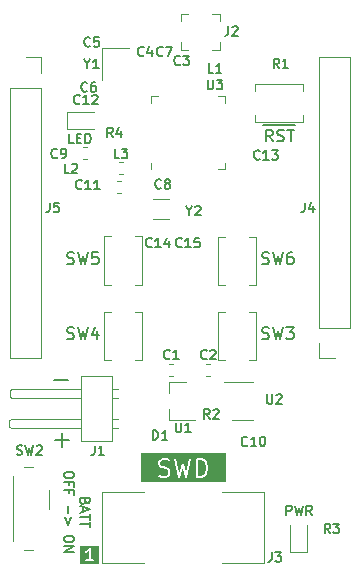
<source format=gbr>
G04 #@! TF.GenerationSoftware,KiCad,Pcbnew,(5.1.4)-1*
G04 #@! TF.CreationDate,2020-09-18T13:04:35-04:00*
G04 #@! TF.ProjectId,nRF52832_DEMO_V01,6e524635-3238-4333-925f-44454d4f5f56,rev?*
G04 #@! TF.SameCoordinates,Original*
G04 #@! TF.FileFunction,Legend,Top*
G04 #@! TF.FilePolarity,Positive*
%FSLAX46Y46*%
G04 Gerber Fmt 4.6, Leading zero omitted, Abs format (unit mm)*
G04 Created by KiCad (PCBNEW (5.1.4)-1) date 2020-09-18 13:04:35*
%MOMM*%
%LPD*%
G04 APERTURE LIST*
%ADD10C,0.100000*%
%ADD11C,0.150000*%
%ADD12C,0.120000*%
%ADD13C,0.200000*%
%ADD14C,0.150000*%
G04 APERTURE END LIST*
%LPD*%
D10*
G36*
X120015000Y-98094800D02*
G01*
X112852200Y-98094800D01*
X112852200Y-95656400D01*
X120015000Y-95656400D01*
X120015000Y-98094800D01*
G37*
X120015000Y-98094800D02*
X112852200Y-98094800D01*
X112852200Y-95656400D01*
X120015000Y-95656400D01*
X120015000Y-98094800D01*
D11*
X105549771Y-89515142D02*
X106692628Y-89515142D01*
X105600571Y-94595142D02*
X106743428Y-94595142D01*
X106172000Y-95166571D02*
X106172000Y-94023714D01*
X108148742Y-99790361D02*
X108110647Y-99904647D01*
X108072552Y-99942742D01*
X107996361Y-99980838D01*
X107882076Y-99980838D01*
X107805885Y-99942742D01*
X107767790Y-99904647D01*
X107729695Y-99828457D01*
X107729695Y-99523695D01*
X108529695Y-99523695D01*
X108529695Y-99790361D01*
X108491600Y-99866552D01*
X108453504Y-99904647D01*
X108377314Y-99942742D01*
X108301123Y-99942742D01*
X108224933Y-99904647D01*
X108186838Y-99866552D01*
X108148742Y-99790361D01*
X108148742Y-99523695D01*
X107958266Y-100285600D02*
X107958266Y-100666552D01*
X107729695Y-100209409D02*
X108529695Y-100476076D01*
X107729695Y-100742742D01*
X108529695Y-100895123D02*
X108529695Y-101352266D01*
X107729695Y-101123695D02*
X108529695Y-101123695D01*
X108529695Y-101504647D02*
X108529695Y-101961790D01*
X107729695Y-101733219D02*
X108529695Y-101733219D01*
X107179695Y-97485600D02*
X107179695Y-97637980D01*
X107141600Y-97714171D01*
X107065409Y-97790361D01*
X106913028Y-97828457D01*
X106646361Y-97828457D01*
X106493980Y-97790361D01*
X106417790Y-97714171D01*
X106379695Y-97637980D01*
X106379695Y-97485600D01*
X106417790Y-97409409D01*
X106493980Y-97333219D01*
X106646361Y-97295123D01*
X106913028Y-97295123D01*
X107065409Y-97333219D01*
X107141600Y-97409409D01*
X107179695Y-97485600D01*
X106798742Y-98437980D02*
X106798742Y-98171314D01*
X106379695Y-98171314D02*
X107179695Y-98171314D01*
X107179695Y-98552266D01*
X106798742Y-99123695D02*
X106798742Y-98857028D01*
X106379695Y-98857028D02*
X107179695Y-98857028D01*
X107179695Y-99237980D01*
X106684457Y-100152266D02*
X106684457Y-100761790D01*
X106913028Y-101142742D02*
X106684457Y-101752266D01*
X106455885Y-101142742D01*
X107179695Y-102895123D02*
X107179695Y-103047504D01*
X107141600Y-103123695D01*
X107065409Y-103199885D01*
X106913028Y-103237980D01*
X106646361Y-103237980D01*
X106493980Y-103199885D01*
X106417790Y-103123695D01*
X106379695Y-103047504D01*
X106379695Y-102895123D01*
X106417790Y-102818933D01*
X106493980Y-102742742D01*
X106646361Y-102704647D01*
X106913028Y-102704647D01*
X107065409Y-102742742D01*
X107141600Y-102818933D01*
X107179695Y-102895123D01*
X106379695Y-103580838D02*
X107179695Y-103580838D01*
X106379695Y-104037980D01*
X107179695Y-104037980D01*
D10*
G36*
X109220000Y-104978200D02*
G01*
X107746800Y-104978200D01*
X107746800Y-103606600D01*
X109220000Y-103606600D01*
X109220000Y-104978200D01*
G37*
X109220000Y-104978200D02*
X107746800Y-104978200D01*
X107746800Y-103606600D01*
X109220000Y-103606600D01*
X109220000Y-104978200D01*
D12*
X103708200Y-96888300D02*
X102997000Y-96888300D01*
X103708200Y-103928300D02*
X102997000Y-103928300D01*
X102057200Y-97650300D02*
X102057200Y-103111300D01*
X105105200Y-98793300D02*
X105105200Y-100444300D01*
X123309000Y-98969000D02*
X123309000Y-104969000D01*
X109609000Y-98969000D02*
X109609000Y-104969000D01*
X109609000Y-98969000D02*
X113157000Y-98969000D01*
X123309000Y-98969000D02*
X119761000Y-98969000D01*
X109609000Y-104969000D02*
X113157000Y-104969000D01*
X123309000Y-104969000D02*
X119761000Y-104969000D01*
X118404421Y-89168700D02*
X118729979Y-89168700D01*
X118404421Y-88148700D02*
X118729979Y-88148700D01*
X115280221Y-89181400D02*
X115605779Y-89181400D01*
X115280221Y-88161400D02*
X115605779Y-88161400D01*
X108315879Y-69771800D02*
X107990321Y-69771800D01*
X108315879Y-70791800D02*
X107990321Y-70791800D01*
X111198879Y-73649300D02*
X110873321Y-73649300D01*
X111198879Y-72629300D02*
X110873321Y-72629300D01*
X126973000Y-104101000D02*
X126973000Y-101816000D01*
X125503000Y-104101000D02*
X126973000Y-104101000D01*
X125503000Y-101816000D02*
X125503000Y-104101000D01*
X108877000Y-66829000D02*
X106592000Y-66829000D01*
X106592000Y-66829000D02*
X106592000Y-68299000D01*
X106592000Y-68299000D02*
X108877000Y-68299000D01*
X110464600Y-94688000D02*
X110464600Y-89208000D01*
X110947200Y-92837000D02*
X110490000Y-92837000D01*
X110947200Y-93599000D02*
X110490000Y-93599000D01*
X110947200Y-91059000D02*
X110490000Y-91059000D01*
X110947200Y-90297000D02*
X110490000Y-90297000D01*
X107823000Y-94688000D02*
X107823000Y-89208000D01*
X107823000Y-93599000D02*
X101981000Y-93599000D01*
X107823000Y-92837000D02*
X101981000Y-92837000D01*
X107823000Y-91059000D02*
X101981000Y-91059000D01*
X107823000Y-90297000D02*
X101981000Y-90297000D01*
X101981000Y-93599000D02*
X101727000Y-93497400D01*
X101981000Y-92837000D02*
X101727000Y-92938600D01*
X101727000Y-92938600D02*
X101727000Y-93497400D01*
X101752400Y-90398600D02*
X101752400Y-90957400D01*
X101981000Y-91059000D02*
X101752400Y-90957400D01*
X101981000Y-90297000D02*
X101752400Y-90398600D01*
X107823000Y-89208000D02*
X110464600Y-89208000D01*
X107823000Y-94691200D02*
X110464600Y-94691200D01*
X129286000Y-87690000D02*
X127956000Y-87690000D01*
X127956000Y-87690000D02*
X127956000Y-86360000D01*
X127956000Y-85090000D02*
X127956000Y-62170000D01*
X130616000Y-62170000D02*
X127956000Y-62170000D01*
X130616000Y-85090000D02*
X130616000Y-62170000D01*
X130616000Y-85090000D02*
X127956000Y-85090000D01*
X101794000Y-64770000D02*
X104454000Y-64770000D01*
X101794000Y-64770000D02*
X101794000Y-87690000D01*
X101794000Y-87690000D02*
X104454000Y-87690000D01*
X104454000Y-64770000D02*
X104454000Y-87690000D01*
X104454000Y-62170000D02*
X104454000Y-63500000D01*
X103124000Y-62170000D02*
X104454000Y-62170000D01*
X111013021Y-71092600D02*
X111338579Y-71092600D01*
X111013021Y-72112600D02*
X111338579Y-72112600D01*
X126617400Y-67665400D02*
X122517400Y-67665400D01*
X126617400Y-64465400D02*
X122517400Y-64465400D01*
X126617400Y-67665400D02*
X126617400Y-67081400D01*
X122517400Y-64465400D02*
X122517400Y-65049400D01*
X122517400Y-67665400D02*
X122517400Y-67081400D01*
X126617400Y-64465400D02*
X126617400Y-65049400D01*
X119431000Y-83720000D02*
X120015000Y-83720000D01*
X122631000Y-87820000D02*
X122047000Y-87820000D01*
X119431000Y-87820000D02*
X120015000Y-87820000D01*
X122631000Y-83720000D02*
X122047000Y-83720000D01*
X119431000Y-83720000D02*
X119431000Y-87820000D01*
X122631000Y-83720000D02*
X122631000Y-87820000D01*
X112928200Y-83720000D02*
X112928200Y-87820000D01*
X109728200Y-83720000D02*
X109728200Y-87820000D01*
X112928200Y-83720000D02*
X112344200Y-83720000D01*
X109728200Y-87820000D02*
X110312200Y-87820000D01*
X112928200Y-87820000D02*
X112344200Y-87820000D01*
X109728200Y-83720000D02*
X110312200Y-83720000D01*
X112928200Y-77344600D02*
X112928200Y-81444600D01*
X109728200Y-77344600D02*
X109728200Y-81444600D01*
X112928200Y-77344600D02*
X112344200Y-77344600D01*
X109728200Y-81444600D02*
X110312200Y-81444600D01*
X112928200Y-81444600D02*
X112344200Y-81444600D01*
X109728200Y-77344600D02*
X110312200Y-77344600D01*
X119431000Y-77370000D02*
X120015000Y-77370000D01*
X122631000Y-81470000D02*
X122047000Y-81470000D01*
X119431000Y-81470000D02*
X120015000Y-81470000D01*
X122631000Y-77370000D02*
X122047000Y-77370000D01*
X119431000Y-77370000D02*
X119431000Y-81470000D01*
X122631000Y-77370000D02*
X122631000Y-81470000D01*
X115267200Y-89707600D02*
X115267200Y-90637600D01*
X115267200Y-92867600D02*
X115267200Y-91937600D01*
X115267200Y-92867600D02*
X117427200Y-92867600D01*
X115267200Y-89707600D02*
X116727200Y-89707600D01*
X120588200Y-92897600D02*
X122388200Y-92897600D01*
X122388200Y-89677600D02*
X119938200Y-89677600D01*
X113904400Y-75906600D02*
X115254400Y-75906600D01*
X113904400Y-74156600D02*
X115254400Y-74156600D01*
X111868600Y-61426100D02*
X109568600Y-61426100D01*
X109568600Y-61426100D02*
X109568600Y-64126100D01*
X113742700Y-66020000D02*
X113742700Y-65470000D01*
X113742700Y-65470000D02*
X114292700Y-65470000D01*
X119962700Y-71140000D02*
X119962700Y-71690000D01*
X119962700Y-71690000D02*
X119412700Y-71690000D01*
X119962700Y-66020000D02*
X119962700Y-65470000D01*
X119962700Y-65470000D02*
X119412700Y-65470000D01*
X113742700Y-71140000D02*
X113742700Y-71690000D01*
X118913800Y-58521600D02*
X119548800Y-58521600D01*
X119548800Y-59156600D02*
X119548800Y-58521600D01*
X119548800Y-60934600D02*
X119548800Y-61569600D01*
X118913800Y-61569600D02*
X119548800Y-61569600D01*
X116881800Y-61569600D02*
X116246800Y-61569600D01*
X116246800Y-60934600D02*
X116246800Y-61569600D01*
X116246800Y-59156600D02*
X116246800Y-58521600D01*
X116881800Y-58521600D02*
X116246800Y-58521600D01*
D11*
X102362133Y-95802409D02*
X102476419Y-95840504D01*
X102666895Y-95840504D01*
X102743085Y-95802409D01*
X102781180Y-95764314D01*
X102819276Y-95688123D01*
X102819276Y-95611933D01*
X102781180Y-95535742D01*
X102743085Y-95497647D01*
X102666895Y-95459552D01*
X102514514Y-95421457D01*
X102438323Y-95383361D01*
X102400228Y-95345266D01*
X102362133Y-95269076D01*
X102362133Y-95192885D01*
X102400228Y-95116695D01*
X102438323Y-95078600D01*
X102514514Y-95040504D01*
X102704990Y-95040504D01*
X102819276Y-95078600D01*
X103085942Y-95040504D02*
X103276419Y-95840504D01*
X103428800Y-95269076D01*
X103581180Y-95840504D01*
X103771657Y-95040504D01*
X104038323Y-95116695D02*
X104076419Y-95078600D01*
X104152609Y-95040504D01*
X104343085Y-95040504D01*
X104419276Y-95078600D01*
X104457371Y-95116695D01*
X104495466Y-95192885D01*
X104495466Y-95269076D01*
X104457371Y-95383361D01*
X104000228Y-95840504D01*
X104495466Y-95840504D01*
X123939333Y-104082904D02*
X123939333Y-104654333D01*
X123901238Y-104768619D01*
X123825047Y-104844809D01*
X123710761Y-104882904D01*
X123634571Y-104882904D01*
X124244095Y-104082904D02*
X124739333Y-104082904D01*
X124472666Y-104387666D01*
X124586952Y-104387666D01*
X124663142Y-104425761D01*
X124701238Y-104463857D01*
X124739333Y-104540047D01*
X124739333Y-104730523D01*
X124701238Y-104806714D01*
X124663142Y-104844809D01*
X124586952Y-104882904D01*
X124358380Y-104882904D01*
X124282190Y-104844809D01*
X124244095Y-104806714D01*
X118433866Y-87699814D02*
X118395771Y-87737909D01*
X118281485Y-87776004D01*
X118205295Y-87776004D01*
X118091009Y-87737909D01*
X118014819Y-87661719D01*
X117976723Y-87585528D01*
X117938628Y-87433147D01*
X117938628Y-87318861D01*
X117976723Y-87166480D01*
X118014819Y-87090290D01*
X118091009Y-87014100D01*
X118205295Y-86976004D01*
X118281485Y-86976004D01*
X118395771Y-87014100D01*
X118433866Y-87052195D01*
X118738628Y-87052195D02*
X118776723Y-87014100D01*
X118852914Y-86976004D01*
X119043390Y-86976004D01*
X119119580Y-87014100D01*
X119157676Y-87052195D01*
X119195771Y-87128385D01*
X119195771Y-87204576D01*
X119157676Y-87318861D01*
X118700533Y-87776004D01*
X119195771Y-87776004D01*
X115296966Y-87674414D02*
X115258871Y-87712509D01*
X115144585Y-87750604D01*
X115068395Y-87750604D01*
X114954109Y-87712509D01*
X114877919Y-87636319D01*
X114839823Y-87560128D01*
X114801728Y-87407747D01*
X114801728Y-87293461D01*
X114839823Y-87141080D01*
X114877919Y-87064890D01*
X114954109Y-86988700D01*
X115068395Y-86950604D01*
X115144585Y-86950604D01*
X115258871Y-86988700D01*
X115296966Y-87026795D01*
X116058871Y-87750604D02*
X115601728Y-87750604D01*
X115830300Y-87750604D02*
X115830300Y-86950604D01*
X115754109Y-87064890D01*
X115677919Y-87141080D01*
X115601728Y-87179176D01*
X116198666Y-62769714D02*
X116160571Y-62807809D01*
X116046285Y-62845904D01*
X115970095Y-62845904D01*
X115855809Y-62807809D01*
X115779619Y-62731619D01*
X115741523Y-62655428D01*
X115703428Y-62503047D01*
X115703428Y-62388761D01*
X115741523Y-62236380D01*
X115779619Y-62160190D01*
X115855809Y-62084000D01*
X115970095Y-62045904D01*
X116046285Y-62045904D01*
X116160571Y-62084000D01*
X116198666Y-62122095D01*
X116465333Y-62045904D02*
X116960571Y-62045904D01*
X116693904Y-62350666D01*
X116808190Y-62350666D01*
X116884380Y-62388761D01*
X116922476Y-62426857D01*
X116960571Y-62503047D01*
X116960571Y-62693523D01*
X116922476Y-62769714D01*
X116884380Y-62807809D01*
X116808190Y-62845904D01*
X116579619Y-62845904D01*
X116503428Y-62807809D01*
X116465333Y-62769714D01*
X113099866Y-62007714D02*
X113061771Y-62045809D01*
X112947485Y-62083904D01*
X112871295Y-62083904D01*
X112757009Y-62045809D01*
X112680819Y-61969619D01*
X112642723Y-61893428D01*
X112604628Y-61741047D01*
X112604628Y-61626761D01*
X112642723Y-61474380D01*
X112680819Y-61398190D01*
X112757009Y-61322000D01*
X112871295Y-61283904D01*
X112947485Y-61283904D01*
X113061771Y-61322000D01*
X113099866Y-61360095D01*
X113785580Y-61550571D02*
X113785580Y-62083904D01*
X113595104Y-61245809D02*
X113404628Y-61817238D01*
X113899866Y-61817238D01*
X108578666Y-61207614D02*
X108540571Y-61245709D01*
X108426285Y-61283804D01*
X108350095Y-61283804D01*
X108235809Y-61245709D01*
X108159619Y-61169519D01*
X108121523Y-61093328D01*
X108083428Y-60940947D01*
X108083428Y-60826661D01*
X108121523Y-60674280D01*
X108159619Y-60598090D01*
X108235809Y-60521900D01*
X108350095Y-60483804D01*
X108426285Y-60483804D01*
X108540571Y-60521900D01*
X108578666Y-60559995D01*
X109302476Y-60483804D02*
X108921523Y-60483804D01*
X108883428Y-60864757D01*
X108921523Y-60826661D01*
X108997714Y-60788566D01*
X109188190Y-60788566D01*
X109264380Y-60826661D01*
X109302476Y-60864757D01*
X109340571Y-60940947D01*
X109340571Y-61131423D01*
X109302476Y-61207614D01*
X109264380Y-61245709D01*
X109188190Y-61283804D01*
X108997714Y-61283804D01*
X108921523Y-61245709D01*
X108883428Y-61207614D01*
X108311966Y-65030314D02*
X108273871Y-65068409D01*
X108159585Y-65106504D01*
X108083395Y-65106504D01*
X107969109Y-65068409D01*
X107892919Y-64992219D01*
X107854823Y-64916028D01*
X107816728Y-64763647D01*
X107816728Y-64649361D01*
X107854823Y-64496980D01*
X107892919Y-64420790D01*
X107969109Y-64344600D01*
X108083395Y-64306504D01*
X108159585Y-64306504D01*
X108273871Y-64344600D01*
X108311966Y-64382695D01*
X108997680Y-64306504D02*
X108845300Y-64306504D01*
X108769109Y-64344600D01*
X108731014Y-64382695D01*
X108654823Y-64496980D01*
X108616728Y-64649361D01*
X108616728Y-64954123D01*
X108654823Y-65030314D01*
X108692919Y-65068409D01*
X108769109Y-65106504D01*
X108921490Y-65106504D01*
X108997680Y-65068409D01*
X109035776Y-65030314D01*
X109073871Y-64954123D01*
X109073871Y-64763647D01*
X109035776Y-64687457D01*
X108997680Y-64649361D01*
X108921490Y-64611266D01*
X108769109Y-64611266D01*
X108692919Y-64649361D01*
X108654823Y-64687457D01*
X108616728Y-64763647D01*
X114725466Y-62007714D02*
X114687371Y-62045809D01*
X114573085Y-62083904D01*
X114496895Y-62083904D01*
X114382609Y-62045809D01*
X114306419Y-61969619D01*
X114268323Y-61893428D01*
X114230228Y-61741047D01*
X114230228Y-61626761D01*
X114268323Y-61474380D01*
X114306419Y-61398190D01*
X114382609Y-61322000D01*
X114496895Y-61283904D01*
X114573085Y-61283904D01*
X114687371Y-61322000D01*
X114725466Y-61360095D01*
X114992133Y-61283904D02*
X115525466Y-61283904D01*
X115182609Y-62083904D01*
X114573066Y-73234514D02*
X114534971Y-73272609D01*
X114420685Y-73310704D01*
X114344495Y-73310704D01*
X114230209Y-73272609D01*
X114154019Y-73196419D01*
X114115923Y-73120228D01*
X114077828Y-72967847D01*
X114077828Y-72853561D01*
X114115923Y-72701180D01*
X114154019Y-72624990D01*
X114230209Y-72548800D01*
X114344495Y-72510704D01*
X114420685Y-72510704D01*
X114534971Y-72548800D01*
X114573066Y-72586895D01*
X115030209Y-72853561D02*
X114954019Y-72815466D01*
X114915923Y-72777371D01*
X114877828Y-72701180D01*
X114877828Y-72663085D01*
X114915923Y-72586895D01*
X114954019Y-72548800D01*
X115030209Y-72510704D01*
X115182590Y-72510704D01*
X115258780Y-72548800D01*
X115296876Y-72586895D01*
X115334971Y-72663085D01*
X115334971Y-72701180D01*
X115296876Y-72777371D01*
X115258780Y-72815466D01*
X115182590Y-72853561D01*
X115030209Y-72853561D01*
X114954019Y-72891657D01*
X114915923Y-72929752D01*
X114877828Y-73005942D01*
X114877828Y-73158323D01*
X114915923Y-73234514D01*
X114954019Y-73272609D01*
X115030209Y-73310704D01*
X115182590Y-73310704D01*
X115258780Y-73272609D01*
X115296876Y-73234514D01*
X115334971Y-73158323D01*
X115334971Y-73005942D01*
X115296876Y-72929752D01*
X115258780Y-72891657D01*
X115182590Y-72853561D01*
X105784666Y-70643714D02*
X105746571Y-70681809D01*
X105632285Y-70719904D01*
X105556095Y-70719904D01*
X105441809Y-70681809D01*
X105365619Y-70605619D01*
X105327523Y-70529428D01*
X105289428Y-70377047D01*
X105289428Y-70262761D01*
X105327523Y-70110380D01*
X105365619Y-70034190D01*
X105441809Y-69958000D01*
X105556095Y-69919904D01*
X105632285Y-69919904D01*
X105746571Y-69958000D01*
X105784666Y-69996095D01*
X106165619Y-70719904D02*
X106318000Y-70719904D01*
X106394190Y-70681809D01*
X106432285Y-70643714D01*
X106508476Y-70529428D01*
X106546571Y-70377047D01*
X106546571Y-70072285D01*
X106508476Y-69996095D01*
X106470380Y-69958000D01*
X106394190Y-69919904D01*
X106241809Y-69919904D01*
X106165619Y-69958000D01*
X106127523Y-69996095D01*
X106089428Y-70072285D01*
X106089428Y-70262761D01*
X106127523Y-70338952D01*
X106165619Y-70377047D01*
X106241809Y-70415142D01*
X106394190Y-70415142D01*
X106470380Y-70377047D01*
X106508476Y-70338952D01*
X106546571Y-70262761D01*
X121885914Y-95029314D02*
X121847819Y-95067409D01*
X121733533Y-95105504D01*
X121657342Y-95105504D01*
X121543057Y-95067409D01*
X121466866Y-94991219D01*
X121428771Y-94915028D01*
X121390676Y-94762647D01*
X121390676Y-94648361D01*
X121428771Y-94495980D01*
X121466866Y-94419790D01*
X121543057Y-94343600D01*
X121657342Y-94305504D01*
X121733533Y-94305504D01*
X121847819Y-94343600D01*
X121885914Y-94381695D01*
X122647819Y-95105504D02*
X122190676Y-95105504D01*
X122419247Y-95105504D02*
X122419247Y-94305504D01*
X122343057Y-94419790D01*
X122266866Y-94495980D01*
X122190676Y-94534076D01*
X123143057Y-94305504D02*
X123219247Y-94305504D01*
X123295438Y-94343600D01*
X123333533Y-94381695D01*
X123371628Y-94457885D01*
X123409723Y-94610266D01*
X123409723Y-94800742D01*
X123371628Y-94953123D01*
X123333533Y-95029314D01*
X123295438Y-95067409D01*
X123219247Y-95105504D01*
X123143057Y-95105504D01*
X123066866Y-95067409D01*
X123028771Y-95029314D01*
X122990676Y-94953123D01*
X122952580Y-94800742D01*
X122952580Y-94610266D01*
X122990676Y-94457885D01*
X123028771Y-94381695D01*
X123066866Y-94343600D01*
X123143057Y-94305504D01*
X107854814Y-73298014D02*
X107816719Y-73336109D01*
X107702433Y-73374204D01*
X107626242Y-73374204D01*
X107511957Y-73336109D01*
X107435766Y-73259919D01*
X107397671Y-73183728D01*
X107359576Y-73031347D01*
X107359576Y-72917061D01*
X107397671Y-72764680D01*
X107435766Y-72688490D01*
X107511957Y-72612300D01*
X107626242Y-72574204D01*
X107702433Y-72574204D01*
X107816719Y-72612300D01*
X107854814Y-72650395D01*
X108616719Y-73374204D02*
X108159576Y-73374204D01*
X108388147Y-73374204D02*
X108388147Y-72574204D01*
X108311957Y-72688490D01*
X108235766Y-72764680D01*
X108159576Y-72802776D01*
X109378623Y-73374204D02*
X108921480Y-73374204D01*
X109150052Y-73374204D02*
X109150052Y-72574204D01*
X109073861Y-72688490D01*
X108997671Y-72764680D01*
X108921480Y-72802776D01*
X107677014Y-66084414D02*
X107638919Y-66122509D01*
X107524633Y-66160604D01*
X107448442Y-66160604D01*
X107334157Y-66122509D01*
X107257966Y-66046319D01*
X107219871Y-65970128D01*
X107181776Y-65817747D01*
X107181776Y-65703461D01*
X107219871Y-65551080D01*
X107257966Y-65474890D01*
X107334157Y-65398700D01*
X107448442Y-65360604D01*
X107524633Y-65360604D01*
X107638919Y-65398700D01*
X107677014Y-65436795D01*
X108438919Y-66160604D02*
X107981776Y-66160604D01*
X108210347Y-66160604D02*
X108210347Y-65360604D01*
X108134157Y-65474890D01*
X108057966Y-65551080D01*
X107981776Y-65589176D01*
X108743680Y-65436795D02*
X108781776Y-65398700D01*
X108857966Y-65360604D01*
X109048442Y-65360604D01*
X109124633Y-65398700D01*
X109162728Y-65436795D01*
X109200823Y-65512985D01*
X109200823Y-65589176D01*
X109162728Y-65703461D01*
X108705585Y-66160604D01*
X109200823Y-66160604D01*
X122929714Y-70770714D02*
X122891619Y-70808809D01*
X122777333Y-70846904D01*
X122701142Y-70846904D01*
X122586857Y-70808809D01*
X122510666Y-70732619D01*
X122472571Y-70656428D01*
X122434476Y-70504047D01*
X122434476Y-70389761D01*
X122472571Y-70237380D01*
X122510666Y-70161190D01*
X122586857Y-70085000D01*
X122701142Y-70046904D01*
X122777333Y-70046904D01*
X122891619Y-70085000D01*
X122929714Y-70123095D01*
X123691619Y-70846904D02*
X123234476Y-70846904D01*
X123463047Y-70846904D02*
X123463047Y-70046904D01*
X123386857Y-70161190D01*
X123310666Y-70237380D01*
X123234476Y-70275476D01*
X123958285Y-70046904D02*
X124453523Y-70046904D01*
X124186857Y-70351666D01*
X124301142Y-70351666D01*
X124377333Y-70389761D01*
X124415428Y-70427857D01*
X124453523Y-70504047D01*
X124453523Y-70694523D01*
X124415428Y-70770714D01*
X124377333Y-70808809D01*
X124301142Y-70846904D01*
X124072571Y-70846904D01*
X123996380Y-70808809D01*
X123958285Y-70770714D01*
X113785714Y-78212914D02*
X113747619Y-78251009D01*
X113633333Y-78289104D01*
X113557142Y-78289104D01*
X113442857Y-78251009D01*
X113366666Y-78174819D01*
X113328571Y-78098628D01*
X113290476Y-77946247D01*
X113290476Y-77831961D01*
X113328571Y-77679580D01*
X113366666Y-77603390D01*
X113442857Y-77527200D01*
X113557142Y-77489104D01*
X113633333Y-77489104D01*
X113747619Y-77527200D01*
X113785714Y-77565295D01*
X114547619Y-78289104D02*
X114090476Y-78289104D01*
X114319047Y-78289104D02*
X114319047Y-77489104D01*
X114242857Y-77603390D01*
X114166666Y-77679580D01*
X114090476Y-77717676D01*
X115233333Y-77755771D02*
X115233333Y-78289104D01*
X115042857Y-77451009D02*
X114852380Y-78022438D01*
X115347619Y-78022438D01*
X116325714Y-78212914D02*
X116287619Y-78251009D01*
X116173333Y-78289104D01*
X116097142Y-78289104D01*
X115982857Y-78251009D01*
X115906666Y-78174819D01*
X115868571Y-78098628D01*
X115830476Y-77946247D01*
X115830476Y-77831961D01*
X115868571Y-77679580D01*
X115906666Y-77603390D01*
X115982857Y-77527200D01*
X116097142Y-77489104D01*
X116173333Y-77489104D01*
X116287619Y-77527200D01*
X116325714Y-77565295D01*
X117087619Y-78289104D02*
X116630476Y-78289104D01*
X116859047Y-78289104D02*
X116859047Y-77489104D01*
X116782857Y-77603390D01*
X116706666Y-77679580D01*
X116630476Y-77717676D01*
X117811428Y-77489104D02*
X117430476Y-77489104D01*
X117392380Y-77870057D01*
X117430476Y-77831961D01*
X117506666Y-77793866D01*
X117697142Y-77793866D01*
X117773333Y-77831961D01*
X117811428Y-77870057D01*
X117849523Y-77946247D01*
X117849523Y-78136723D01*
X117811428Y-78212914D01*
X117773333Y-78251009D01*
X117697142Y-78289104D01*
X117506666Y-78289104D01*
X117430476Y-78251009D01*
X117392380Y-78212914D01*
X125171333Y-100945904D02*
X125171333Y-100145904D01*
X125476095Y-100145904D01*
X125552285Y-100184000D01*
X125590380Y-100222095D01*
X125628476Y-100298285D01*
X125628476Y-100412571D01*
X125590380Y-100488761D01*
X125552285Y-100526857D01*
X125476095Y-100564952D01*
X125171333Y-100564952D01*
X125895142Y-100145904D02*
X126085619Y-100945904D01*
X126238000Y-100374476D01*
X126390380Y-100945904D01*
X126580857Y-100145904D01*
X127342761Y-100945904D02*
X127076095Y-100564952D01*
X126885619Y-100945904D02*
X126885619Y-100145904D01*
X127190380Y-100145904D01*
X127266571Y-100184000D01*
X127304666Y-100222095D01*
X127342761Y-100298285D01*
X127342761Y-100412571D01*
X127304666Y-100488761D01*
X127266571Y-100526857D01*
X127190380Y-100564952D01*
X126885619Y-100564952D01*
X107181714Y-69449904D02*
X106800761Y-69449904D01*
X106800761Y-68649904D01*
X107448380Y-69030857D02*
X107715047Y-69030857D01*
X107829333Y-69449904D02*
X107448380Y-69449904D01*
X107448380Y-68649904D01*
X107829333Y-68649904D01*
X108172190Y-69449904D02*
X108172190Y-68649904D01*
X108362666Y-68649904D01*
X108476952Y-68688000D01*
X108553142Y-68764190D01*
X108591238Y-68840380D01*
X108629333Y-68992761D01*
X108629333Y-69107047D01*
X108591238Y-69259428D01*
X108553142Y-69335619D01*
X108476952Y-69411809D01*
X108362666Y-69449904D01*
X108172190Y-69449904D01*
X108953333Y-95065904D02*
X108953333Y-95637333D01*
X108915238Y-95751619D01*
X108839047Y-95827809D01*
X108724761Y-95865904D01*
X108648571Y-95865904D01*
X109753333Y-95865904D02*
X109296190Y-95865904D01*
X109524761Y-95865904D02*
X109524761Y-95065904D01*
X109448571Y-95180190D01*
X109372380Y-95256380D01*
X109296190Y-95294476D01*
X126733333Y-74491904D02*
X126733333Y-75063333D01*
X126695238Y-75177619D01*
X126619047Y-75253809D01*
X126504761Y-75291904D01*
X126428571Y-75291904D01*
X127457142Y-74758571D02*
X127457142Y-75291904D01*
X127266666Y-74453809D02*
X127076190Y-75025238D01*
X127571428Y-75025238D01*
X105143333Y-74491904D02*
X105143333Y-75063333D01*
X105105238Y-75177619D01*
X105029047Y-75253809D01*
X104914761Y-75291904D01*
X104838571Y-75291904D01*
X105905238Y-74491904D02*
X105524285Y-74491904D01*
X105486190Y-74872857D01*
X105524285Y-74834761D01*
X105600476Y-74796666D01*
X105790952Y-74796666D01*
X105867142Y-74834761D01*
X105905238Y-74872857D01*
X105943333Y-74949047D01*
X105943333Y-75139523D01*
X105905238Y-75215714D01*
X105867142Y-75253809D01*
X105790952Y-75291904D01*
X105600476Y-75291904D01*
X105524285Y-75253809D01*
X105486190Y-75215714D01*
X118992666Y-63506304D02*
X118611714Y-63506304D01*
X118611714Y-62706304D01*
X119678380Y-63506304D02*
X119221238Y-63506304D01*
X119449809Y-63506304D02*
X119449809Y-62706304D01*
X119373619Y-62820590D01*
X119297428Y-62896780D01*
X119221238Y-62934876D01*
X106800666Y-71989904D02*
X106419714Y-71989904D01*
X106419714Y-71189904D01*
X107029238Y-71266095D02*
X107067333Y-71228000D01*
X107143523Y-71189904D01*
X107334000Y-71189904D01*
X107410190Y-71228000D01*
X107448285Y-71266095D01*
X107486380Y-71342285D01*
X107486380Y-71418476D01*
X107448285Y-71532761D01*
X106991142Y-71989904D01*
X107486380Y-71989904D01*
X111042466Y-70719904D02*
X110661514Y-70719904D01*
X110661514Y-69919904D01*
X111232942Y-69919904D02*
X111728180Y-69919904D01*
X111461514Y-70224666D01*
X111575800Y-70224666D01*
X111651990Y-70262761D01*
X111690085Y-70300857D01*
X111728180Y-70377047D01*
X111728180Y-70567523D01*
X111690085Y-70643714D01*
X111651990Y-70681809D01*
X111575800Y-70719904D01*
X111347228Y-70719904D01*
X111271038Y-70681809D01*
X111232942Y-70643714D01*
X124567966Y-63099904D02*
X124301300Y-62718952D01*
X124110823Y-63099904D02*
X124110823Y-62299904D01*
X124415585Y-62299904D01*
X124491776Y-62338000D01*
X124529871Y-62376095D01*
X124567966Y-62452285D01*
X124567966Y-62566571D01*
X124529871Y-62642761D01*
X124491776Y-62680857D01*
X124415585Y-62718952D01*
X124110823Y-62718952D01*
X125329871Y-63099904D02*
X124872728Y-63099904D01*
X125101300Y-63099904D02*
X125101300Y-62299904D01*
X125025109Y-62414190D01*
X124948919Y-62490380D01*
X124872728Y-62528476D01*
X118687866Y-92792504D02*
X118421200Y-92411552D01*
X118230723Y-92792504D02*
X118230723Y-91992504D01*
X118535485Y-91992504D01*
X118611676Y-92030600D01*
X118649771Y-92068695D01*
X118687866Y-92144885D01*
X118687866Y-92259171D01*
X118649771Y-92335361D01*
X118611676Y-92373457D01*
X118535485Y-92411552D01*
X118230723Y-92411552D01*
X118992628Y-92068695D02*
X119030723Y-92030600D01*
X119106914Y-91992504D01*
X119297390Y-91992504D01*
X119373580Y-92030600D01*
X119411676Y-92068695D01*
X119449771Y-92144885D01*
X119449771Y-92221076D01*
X119411676Y-92335361D01*
X118954533Y-92792504D01*
X119449771Y-92792504D01*
X128898666Y-102469904D02*
X128632000Y-102088952D01*
X128441523Y-102469904D02*
X128441523Y-101669904D01*
X128746285Y-101669904D01*
X128822476Y-101708000D01*
X128860571Y-101746095D01*
X128898666Y-101822285D01*
X128898666Y-101936571D01*
X128860571Y-102012761D01*
X128822476Y-102050857D01*
X128746285Y-102088952D01*
X128441523Y-102088952D01*
X129165333Y-101669904D02*
X129660571Y-101669904D01*
X129393904Y-101974666D01*
X129508190Y-101974666D01*
X129584380Y-102012761D01*
X129622476Y-102050857D01*
X129660571Y-102127047D01*
X129660571Y-102317523D01*
X129622476Y-102393714D01*
X129584380Y-102431809D01*
X129508190Y-102469904D01*
X129279619Y-102469904D01*
X129203428Y-102431809D01*
X129165333Y-102393714D01*
X110483666Y-68941904D02*
X110217000Y-68560952D01*
X110026523Y-68941904D02*
X110026523Y-68141904D01*
X110331285Y-68141904D01*
X110407476Y-68180000D01*
X110445571Y-68218095D01*
X110483666Y-68294285D01*
X110483666Y-68408571D01*
X110445571Y-68484761D01*
X110407476Y-68522857D01*
X110331285Y-68560952D01*
X110026523Y-68560952D01*
X111169380Y-68408571D02*
X111169380Y-68941904D01*
X110978904Y-68103809D02*
X110788428Y-68675238D01*
X111283666Y-68675238D01*
X123217157Y-67944400D02*
X124217157Y-67944400D01*
X124026680Y-69311780D02*
X123693347Y-68835590D01*
X123455252Y-69311780D02*
X123455252Y-68311780D01*
X123836204Y-68311780D01*
X123931442Y-68359400D01*
X123979061Y-68407019D01*
X124026680Y-68502257D01*
X124026680Y-68645114D01*
X123979061Y-68740352D01*
X123931442Y-68787971D01*
X123836204Y-68835590D01*
X123455252Y-68835590D01*
X124217157Y-67944400D02*
X125169538Y-67944400D01*
X124407633Y-69264161D02*
X124550490Y-69311780D01*
X124788585Y-69311780D01*
X124883823Y-69264161D01*
X124931442Y-69216542D01*
X124979061Y-69121304D01*
X124979061Y-69026066D01*
X124931442Y-68930828D01*
X124883823Y-68883209D01*
X124788585Y-68835590D01*
X124598109Y-68787971D01*
X124502871Y-68740352D01*
X124455252Y-68692733D01*
X124407633Y-68597495D01*
X124407633Y-68502257D01*
X124455252Y-68407019D01*
X124502871Y-68359400D01*
X124598109Y-68311780D01*
X124836204Y-68311780D01*
X124979061Y-68359400D01*
X125169538Y-67944400D02*
X125931442Y-67944400D01*
X125264776Y-68311780D02*
X125836204Y-68311780D01*
X125550490Y-69311780D02*
X125550490Y-68311780D01*
X123126666Y-86002761D02*
X123269523Y-86050380D01*
X123507619Y-86050380D01*
X123602857Y-86002761D01*
X123650476Y-85955142D01*
X123698095Y-85859904D01*
X123698095Y-85764666D01*
X123650476Y-85669428D01*
X123602857Y-85621809D01*
X123507619Y-85574190D01*
X123317142Y-85526571D01*
X123221904Y-85478952D01*
X123174285Y-85431333D01*
X123126666Y-85336095D01*
X123126666Y-85240857D01*
X123174285Y-85145619D01*
X123221904Y-85098000D01*
X123317142Y-85050380D01*
X123555238Y-85050380D01*
X123698095Y-85098000D01*
X124031428Y-85050380D02*
X124269523Y-86050380D01*
X124460000Y-85336095D01*
X124650476Y-86050380D01*
X124888571Y-85050380D01*
X125174285Y-85050380D02*
X125793333Y-85050380D01*
X125460000Y-85431333D01*
X125602857Y-85431333D01*
X125698095Y-85478952D01*
X125745714Y-85526571D01*
X125793333Y-85621809D01*
X125793333Y-85859904D01*
X125745714Y-85955142D01*
X125698095Y-86002761D01*
X125602857Y-86050380D01*
X125317142Y-86050380D01*
X125221904Y-86002761D01*
X125174285Y-85955142D01*
X106616666Y-86002761D02*
X106759523Y-86050380D01*
X106997619Y-86050380D01*
X107092857Y-86002761D01*
X107140476Y-85955142D01*
X107188095Y-85859904D01*
X107188095Y-85764666D01*
X107140476Y-85669428D01*
X107092857Y-85621809D01*
X106997619Y-85574190D01*
X106807142Y-85526571D01*
X106711904Y-85478952D01*
X106664285Y-85431333D01*
X106616666Y-85336095D01*
X106616666Y-85240857D01*
X106664285Y-85145619D01*
X106711904Y-85098000D01*
X106807142Y-85050380D01*
X107045238Y-85050380D01*
X107188095Y-85098000D01*
X107521428Y-85050380D02*
X107759523Y-86050380D01*
X107950000Y-85336095D01*
X108140476Y-86050380D01*
X108378571Y-85050380D01*
X109188095Y-85383714D02*
X109188095Y-86050380D01*
X108950000Y-85002761D02*
X108711904Y-85717047D01*
X109330952Y-85717047D01*
X106616666Y-79652761D02*
X106759523Y-79700380D01*
X106997619Y-79700380D01*
X107092857Y-79652761D01*
X107140476Y-79605142D01*
X107188095Y-79509904D01*
X107188095Y-79414666D01*
X107140476Y-79319428D01*
X107092857Y-79271809D01*
X106997619Y-79224190D01*
X106807142Y-79176571D01*
X106711904Y-79128952D01*
X106664285Y-79081333D01*
X106616666Y-78986095D01*
X106616666Y-78890857D01*
X106664285Y-78795619D01*
X106711904Y-78748000D01*
X106807142Y-78700380D01*
X107045238Y-78700380D01*
X107188095Y-78748000D01*
X107521428Y-78700380D02*
X107759523Y-79700380D01*
X107950000Y-78986095D01*
X108140476Y-79700380D01*
X108378571Y-78700380D01*
X109235714Y-78700380D02*
X108759523Y-78700380D01*
X108711904Y-79176571D01*
X108759523Y-79128952D01*
X108854761Y-79081333D01*
X109092857Y-79081333D01*
X109188095Y-79128952D01*
X109235714Y-79176571D01*
X109283333Y-79271809D01*
X109283333Y-79509904D01*
X109235714Y-79605142D01*
X109188095Y-79652761D01*
X109092857Y-79700380D01*
X108854761Y-79700380D01*
X108759523Y-79652761D01*
X108711904Y-79605142D01*
X123126666Y-79652761D02*
X123269523Y-79700380D01*
X123507619Y-79700380D01*
X123602857Y-79652761D01*
X123650476Y-79605142D01*
X123698095Y-79509904D01*
X123698095Y-79414666D01*
X123650476Y-79319428D01*
X123602857Y-79271809D01*
X123507619Y-79224190D01*
X123317142Y-79176571D01*
X123221904Y-79128952D01*
X123174285Y-79081333D01*
X123126666Y-78986095D01*
X123126666Y-78890857D01*
X123174285Y-78795619D01*
X123221904Y-78748000D01*
X123317142Y-78700380D01*
X123555238Y-78700380D01*
X123698095Y-78748000D01*
X124031428Y-78700380D02*
X124269523Y-79700380D01*
X124460000Y-78986095D01*
X124650476Y-79700380D01*
X124888571Y-78700380D01*
X125698095Y-78700380D02*
X125507619Y-78700380D01*
X125412380Y-78748000D01*
X125364761Y-78795619D01*
X125269523Y-78938476D01*
X125221904Y-79128952D01*
X125221904Y-79509904D01*
X125269523Y-79605142D01*
X125317142Y-79652761D01*
X125412380Y-79700380D01*
X125602857Y-79700380D01*
X125698095Y-79652761D01*
X125745714Y-79605142D01*
X125793333Y-79509904D01*
X125793333Y-79271809D01*
X125745714Y-79176571D01*
X125698095Y-79128952D01*
X125602857Y-79081333D01*
X125412380Y-79081333D01*
X125317142Y-79128952D01*
X125269523Y-79176571D01*
X125221904Y-79271809D01*
X115836776Y-93122804D02*
X115836776Y-93770423D01*
X115874871Y-93846614D01*
X115912966Y-93884709D01*
X115989157Y-93922804D01*
X116141538Y-93922804D01*
X116217728Y-93884709D01*
X116255823Y-93846614D01*
X116293919Y-93770423D01*
X116293919Y-93122804D01*
X117093919Y-93922804D02*
X116636776Y-93922804D01*
X116865347Y-93922804D02*
X116865347Y-93122804D01*
X116789157Y-93237090D01*
X116712966Y-93313280D01*
X116636776Y-93351376D01*
X123545676Y-90722504D02*
X123545676Y-91370123D01*
X123583771Y-91446314D01*
X123621866Y-91484409D01*
X123698057Y-91522504D01*
X123850438Y-91522504D01*
X123926628Y-91484409D01*
X123964723Y-91446314D01*
X124002819Y-91370123D01*
X124002819Y-90722504D01*
X124345676Y-90798695D02*
X124383771Y-90760600D01*
X124459961Y-90722504D01*
X124650438Y-90722504D01*
X124726628Y-90760600D01*
X124764723Y-90798695D01*
X124802819Y-90874885D01*
X124802819Y-90951076D01*
X124764723Y-91065361D01*
X124307580Y-91522504D01*
X124802819Y-91522504D01*
X116967047Y-75190352D02*
X116967047Y-75571304D01*
X116700380Y-74771304D02*
X116967047Y-75190352D01*
X117233714Y-74771304D01*
X117462285Y-74847495D02*
X117500380Y-74809400D01*
X117576571Y-74771304D01*
X117767047Y-74771304D01*
X117843238Y-74809400D01*
X117881333Y-74847495D01*
X117919428Y-74923685D01*
X117919428Y-74999876D01*
X117881333Y-75114161D01*
X117424190Y-75571304D01*
X117919428Y-75571304D01*
X108331047Y-62757052D02*
X108331047Y-63138004D01*
X108064380Y-62338004D02*
X108331047Y-62757052D01*
X108597714Y-62338004D01*
X109283428Y-63138004D02*
X108826285Y-63138004D01*
X109054857Y-63138004D02*
X109054857Y-62338004D01*
X108978666Y-62452290D01*
X108902476Y-62528480D01*
X108826285Y-62566576D01*
X113882243Y-94570504D02*
X113882243Y-93770504D01*
X114072720Y-93770504D01*
X114187005Y-93808600D01*
X114263196Y-93884790D01*
X114301291Y-93960980D01*
X114339386Y-94113361D01*
X114339386Y-94227647D01*
X114301291Y-94380028D01*
X114263196Y-94456219D01*
X114187005Y-94532409D01*
X114072720Y-94570504D01*
X113882243Y-94570504D01*
X115101291Y-94570504D02*
X114644148Y-94570504D01*
X114872720Y-94570504D02*
X114872720Y-93770504D01*
X114796529Y-93884790D01*
X114720339Y-93960980D01*
X114644148Y-93999076D01*
X118516476Y-64077904D02*
X118516476Y-64725523D01*
X118554571Y-64801714D01*
X118592666Y-64839809D01*
X118668857Y-64877904D01*
X118821238Y-64877904D01*
X118897428Y-64839809D01*
X118935523Y-64801714D01*
X118973619Y-64725523D01*
X118973619Y-64077904D01*
X119278380Y-64077904D02*
X119773619Y-64077904D01*
X119506952Y-64382666D01*
X119621238Y-64382666D01*
X119697428Y-64420761D01*
X119735523Y-64458857D01*
X119773619Y-64535047D01*
X119773619Y-64725523D01*
X119735523Y-64801714D01*
X119697428Y-64839809D01*
X119621238Y-64877904D01*
X119392666Y-64877904D01*
X119316476Y-64839809D01*
X119278380Y-64801714D01*
X120256333Y-59569404D02*
X120256333Y-60140833D01*
X120218238Y-60255119D01*
X120142047Y-60331309D01*
X120027761Y-60369404D01*
X119951571Y-60369404D01*
X120599190Y-59645595D02*
X120637285Y-59607500D01*
X120713476Y-59569404D01*
X120903952Y-59569404D01*
X120980142Y-59607500D01*
X121018238Y-59645595D01*
X121056333Y-59721785D01*
X121056333Y-59797976D01*
X121018238Y-59912261D01*
X120561095Y-60369404D01*
X121056333Y-60369404D01*
%LPC*%
D13*
X114423285Y-97635142D02*
X114637571Y-97706571D01*
X114994714Y-97706571D01*
X115137571Y-97635142D01*
X115209000Y-97563714D01*
X115280428Y-97420857D01*
X115280428Y-97278000D01*
X115209000Y-97135142D01*
X115137571Y-97063714D01*
X114994714Y-96992285D01*
X114709000Y-96920857D01*
X114566142Y-96849428D01*
X114494714Y-96778000D01*
X114423285Y-96635142D01*
X114423285Y-96492285D01*
X114494714Y-96349428D01*
X114566142Y-96278000D01*
X114709000Y-96206571D01*
X115066142Y-96206571D01*
X115280428Y-96278000D01*
X115780428Y-96206571D02*
X116137571Y-97706571D01*
X116423285Y-96635142D01*
X116709000Y-97706571D01*
X117066142Y-96206571D01*
X117637571Y-97706571D02*
X117637571Y-96206571D01*
X117994714Y-96206571D01*
X118209000Y-96278000D01*
X118351857Y-96420857D01*
X118423285Y-96563714D01*
X118494714Y-96849428D01*
X118494714Y-97063714D01*
X118423285Y-97349428D01*
X118351857Y-97492285D01*
X118209000Y-97635142D01*
X117994714Y-97706571D01*
X117637571Y-97706571D01*
D14*
X108819914Y-104770180D02*
X108248485Y-104770180D01*
X108534200Y-104770180D02*
X108534200Y-103770180D01*
X108438961Y-103913038D01*
X108343723Y-104008276D01*
X108248485Y-104055895D01*
M02*

</source>
